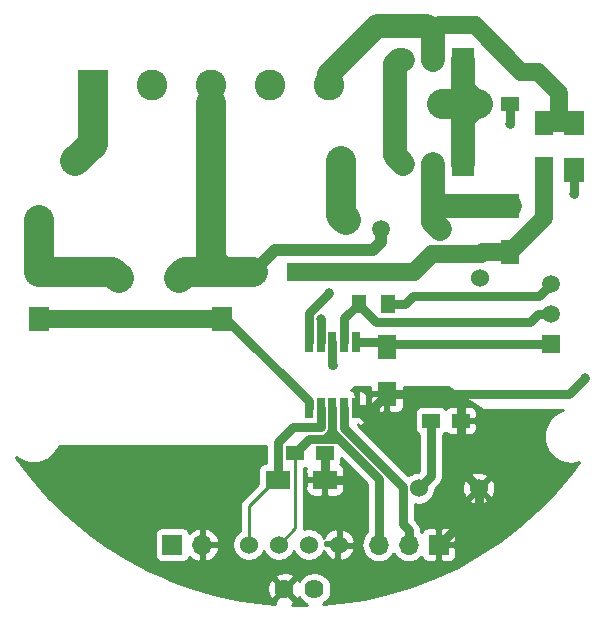
<source format=gbr>
G04 #@! TF.GenerationSoftware,KiCad,Pcbnew,(5.1.2)-2*
G04 #@! TF.CreationDate,2019-09-14T17:44:16+02:00*
G04 #@! TF.ProjectId,Inwall_Bot,496e7761-6c6c-45f4-926f-742e6b696361,rev?*
G04 #@! TF.SameCoordinates,Original*
G04 #@! TF.FileFunction,Copper,L1,Top*
G04 #@! TF.FilePolarity,Positive*
%FSLAX46Y46*%
G04 Gerber Fmt 4.6, Leading zero omitted, Abs format (unit mm)*
G04 Created by KiCad (PCBNEW (5.1.2)-2) date 2019-09-14 17:44:16*
%MOMM*%
%LPD*%
G04 APERTURE LIST*
%ADD10C,2.600000*%
%ADD11R,2.600000X2.600000*%
%ADD12C,1.524000*%
%ADD13C,1.624000*%
%ADD14C,1.500000*%
%ADD15R,1.700000X2.000000*%
%ADD16O,1.905000X2.000000*%
%ADD17R,1.905000X2.000000*%
%ADD18R,1.300000X1.500000*%
%ADD19R,1.500000X1.300000*%
%ADD20R,0.650000X1.750000*%
%ADD21R,1.700000X1.700000*%
%ADD22O,1.700000X1.700000*%
%ADD23R,1.500000X1.500000*%
%ADD24C,1.724000*%
%ADD25R,2.000000X1.600000*%
%ADD26R,1.500000X1.250000*%
%ADD27R,1.600000X2.000000*%
%ADD28R,1.524000X2.000000*%
%ADD29R,2.000000X1.524000*%
%ADD30C,0.800000*%
%ADD31C,2.000000*%
%ADD32C,0.750000*%
%ADD33C,0.256000*%
%ADD34C,0.250000*%
%ADD35C,1.500000*%
%ADD36C,2.500000*%
%ADD37C,1.000000*%
%ADD38C,0.254000*%
G04 APERTURE END LIST*
D10*
X-69125000Y-31550000D03*
X-74125000Y-31550000D03*
X-79125000Y-31550000D03*
X-84125000Y-31550000D03*
D11*
X-89125000Y-31550000D03*
D12*
X-68325000Y-70500000D03*
X-75945000Y-70500000D03*
X-73405000Y-70500000D03*
X-70865000Y-70500000D03*
D13*
X-70384940Y-74276980D03*
X-72924940Y-74276980D03*
D14*
X-59725000Y-43800000D03*
X-64725000Y-43779680D03*
D15*
X-78200000Y-47400000D03*
X-78200000Y-51400000D03*
X-93700000Y-51400000D03*
X-93700000Y-47400000D03*
D12*
X-56335000Y-47960000D03*
X-56485000Y-65740000D03*
X-61565000Y-65740000D03*
X-81885000Y-47960000D03*
X-86965000Y-47960000D03*
D16*
X-62855000Y-38300000D03*
X-60315000Y-38300000D03*
D17*
X-57775000Y-38300000D03*
D18*
X-66625000Y-47425000D03*
X-66625000Y-50125000D03*
X-64125000Y-50125000D03*
X-64125000Y-47425000D03*
D19*
X-56550000Y-33200000D03*
X-53850000Y-33200000D03*
D15*
X-48425000Y-38775000D03*
X-48425000Y-34775000D03*
D20*
X-70850000Y-53325000D03*
X-68850000Y-53325000D03*
X-67850000Y-53325000D03*
X-69855000Y-53325000D03*
X-66850000Y-53325000D03*
X-66850000Y-58925000D03*
X-67850000Y-58925000D03*
X-68850000Y-58925000D03*
X-69855000Y-58925000D03*
X-70850000Y-58925000D03*
D17*
X-57825000Y-29500000D03*
D16*
X-60365000Y-29500000D03*
X-62905000Y-29500000D03*
D21*
X-59850000Y-70500000D03*
D22*
X-62390000Y-70500000D03*
X-64930000Y-70500000D03*
D14*
X-50375000Y-51010000D03*
X-50375000Y-48470000D03*
D23*
X-50375000Y-53550000D03*
D24*
X-90625000Y-38050000D03*
X-68125000Y-38050000D03*
D25*
X-73500000Y-65000000D03*
X-69500000Y-65000000D03*
D26*
X-69500000Y-62750000D03*
X-72000000Y-62750000D03*
D27*
X-64250000Y-53750000D03*
X-64250000Y-57750000D03*
D26*
X-60500000Y-60000000D03*
X-58000000Y-60000000D03*
D25*
X-63600000Y-33225000D03*
X-59600000Y-33225000D03*
D28*
X-53825000Y-41828000D03*
X-53825000Y-45700000D03*
X-50975000Y-38675000D03*
X-50975000Y-34803000D03*
D29*
X-71700000Y-47438000D03*
X-75572000Y-47438000D03*
D24*
X-67675000Y-43050000D03*
X-93675000Y-43050000D03*
D21*
X-82425000Y-70500000D03*
D22*
X-79885000Y-70500000D03*
D30*
X-67350000Y-65000000D03*
X-65275000Y-59925000D03*
X-47500000Y-56425000D03*
X-69825000Y-51425000D03*
X-53850000Y-34850000D03*
X-68825000Y-55300000D03*
X-48425000Y-40825000D03*
X-69125000Y-49200000D03*
D31*
X-63250000Y-29500000D02*
X-63600000Y-29850000D01*
X-62905000Y-29500000D02*
X-63250000Y-29500000D01*
X-63600000Y-33225000D02*
X-63600000Y-29850000D01*
X-63600000Y-37555000D02*
X-62855000Y-38300000D01*
X-63600000Y-33225000D02*
X-63600000Y-37555000D01*
D32*
X-69500000Y-62750000D02*
X-69500000Y-65000000D01*
X-69500000Y-65000000D02*
X-67350000Y-65000000D01*
X-65850000Y-59925000D02*
X-66850000Y-58925000D01*
X-65275000Y-59925000D02*
X-65850000Y-59925000D01*
X-65275000Y-58775000D02*
X-64250000Y-57750000D01*
X-65275000Y-59925000D02*
X-65275000Y-58775000D01*
X-58000000Y-58625000D02*
X-58000000Y-60000000D01*
X-58875000Y-57750000D02*
X-58000000Y-58625000D01*
X-58000000Y-64225000D02*
X-56485000Y-65740000D01*
X-58000000Y-60000000D02*
X-58000000Y-64225000D01*
X-56485000Y-67135000D02*
X-59850000Y-70500000D01*
X-56485000Y-65740000D02*
X-56485000Y-67135000D01*
X-64250000Y-57750000D02*
X-58875000Y-57750000D01*
X-58875000Y-57750000D02*
X-48825000Y-57750000D01*
X-48825000Y-57750000D02*
X-47500000Y-56425000D01*
X-70799999Y-61549999D02*
X-72000000Y-62750000D01*
X-69511482Y-61549999D02*
X-70799999Y-61549999D01*
X-68850000Y-60888517D02*
X-69511482Y-61549999D01*
X-68850000Y-58925000D02*
X-68850000Y-60888517D01*
X-64930000Y-69297919D02*
X-64930000Y-70500000D01*
X-64930000Y-64909998D02*
X-64930000Y-69297919D01*
X-68289999Y-61549999D02*
X-64930000Y-64909998D01*
X-69511482Y-61549999D02*
X-68289999Y-61549999D01*
X-68850000Y-60989998D02*
X-68289999Y-61549999D01*
X-68850000Y-60888517D02*
X-68850000Y-60989998D01*
D33*
X-72000000Y-69095000D02*
X-73405000Y-70500000D01*
X-72000000Y-62750000D02*
X-72000000Y-69095000D01*
D32*
X-69855000Y-58925000D02*
X-69855000Y-60550000D01*
X-72210002Y-60550000D02*
X-69855000Y-60550000D01*
X-73500000Y-61839998D02*
X-72210002Y-60550000D01*
X-73500000Y-65000000D02*
X-73500000Y-61839998D01*
D34*
X-75490000Y-66790000D02*
X-73700000Y-65000000D01*
D33*
X-73700000Y-65000000D02*
X-73500000Y-65000000D01*
X-75945000Y-67245000D02*
X-73700000Y-65000000D01*
X-75945000Y-70500000D02*
X-75945000Y-67245000D01*
D31*
X-60365000Y-29500000D02*
X-60365000Y-27115000D01*
X-60365000Y-27115000D02*
X-60855000Y-26625000D01*
X-60855000Y-26625000D02*
X-65100000Y-26625000D01*
D35*
X-50947000Y-34775000D02*
X-50975000Y-34803000D01*
X-49650000Y-34775000D02*
X-49650000Y-32300000D01*
X-49650000Y-34775000D02*
X-50947000Y-34775000D01*
X-48425000Y-34775000D02*
X-49650000Y-34775000D01*
X-49650000Y-32300000D02*
X-51475000Y-30475000D01*
X-51475000Y-30475000D02*
X-52850000Y-30475000D01*
X-52850000Y-30475000D02*
X-56825000Y-26500000D01*
X-59750000Y-26500000D02*
X-60365000Y-27115000D01*
X-56825000Y-26500000D02*
X-59750000Y-26500000D01*
D31*
X-65100000Y-26625000D02*
X-69125000Y-30650000D01*
D35*
X-48453000Y-34803000D02*
X-48425000Y-34775000D01*
X-49653000Y-32303000D02*
X-49650000Y-32300000D01*
X-49653000Y-34803000D02*
X-49653000Y-32303000D01*
X-49653000Y-34803000D02*
X-48453000Y-34803000D01*
X-50975000Y-34803000D02*
X-49653000Y-34803000D01*
D36*
X-79125000Y-46475000D02*
X-78200000Y-47400000D01*
X-79125000Y-33075000D02*
X-79125000Y-46475000D01*
X-75610000Y-47400000D02*
X-75572000Y-47438000D01*
X-78200000Y-47400000D02*
X-75610000Y-47400000D01*
X-81325000Y-47400000D02*
X-81885000Y-47960000D01*
X-78200000Y-47400000D02*
X-81325000Y-47400000D01*
D37*
X-64725000Y-44840340D02*
X-65409660Y-45525000D01*
X-64725000Y-43779680D02*
X-64725000Y-44840340D01*
X-73735000Y-45525000D02*
X-75610000Y-47400000D01*
X-65409660Y-45525000D02*
X-73735000Y-45525000D01*
D36*
X-93675000Y-47375000D02*
X-93700000Y-47400000D01*
X-93675000Y-43050000D02*
X-93675000Y-47375000D01*
X-87525000Y-47400000D02*
X-86965000Y-47960000D01*
X-93700000Y-47400000D02*
X-87525000Y-47400000D01*
D31*
X-53825000Y-41828000D02*
X-60162000Y-41828000D01*
X-60315000Y-41675000D02*
X-60162000Y-41828000D01*
X-60315000Y-38300000D02*
X-60315000Y-41675000D01*
X-59775010Y-43749990D02*
X-59725000Y-43749990D01*
X-60315000Y-41675000D02*
X-60315000Y-43210000D01*
X-60315000Y-43210000D02*
X-59775010Y-43749990D01*
D32*
X-64050000Y-53550000D02*
X-64250000Y-53750000D01*
X-50375000Y-53550000D02*
X-64050000Y-53550000D01*
X-64675000Y-53325000D02*
X-64250000Y-53750000D01*
X-66850000Y-53325000D02*
X-64675000Y-53325000D01*
X-60500000Y-64675000D02*
X-61565000Y-65740000D01*
X-60500000Y-60000000D02*
X-60500000Y-64675000D01*
D31*
X-57825000Y-31925000D02*
X-56550000Y-33200000D01*
X-57825000Y-29500000D02*
X-57825000Y-31925000D01*
X-57775000Y-34425000D02*
X-56550000Y-33200000D01*
X-57775000Y-38300000D02*
X-57775000Y-34425000D01*
D36*
X-56575000Y-33225000D02*
X-56550000Y-33200000D01*
X-59600000Y-33225000D02*
X-56575000Y-33225000D01*
D31*
X-57825000Y-38250000D02*
X-57775000Y-38300000D01*
X-57825000Y-29500000D02*
X-57825000Y-38250000D01*
D35*
X-50975000Y-42850000D02*
X-53825000Y-45700000D01*
X-50975000Y-38675000D02*
X-50975000Y-42850000D01*
X-64125000Y-47425000D02*
X-66625000Y-47425000D01*
X-71687000Y-47425000D02*
X-71700000Y-47438000D01*
X-66625000Y-47425000D02*
X-71687000Y-47425000D01*
X-61975000Y-47425000D02*
X-60440000Y-45890000D01*
X-64125000Y-47425000D02*
X-61975000Y-47425000D01*
X-56277000Y-45890000D02*
X-60440000Y-45890000D01*
X-56087000Y-45700000D02*
X-56277000Y-45890000D01*
X-53825000Y-45700000D02*
X-56087000Y-45700000D01*
D32*
X-51435660Y-51010000D02*
X-52100660Y-51675000D01*
X-50375000Y-51010000D02*
X-51435660Y-51010000D01*
X-67850000Y-51350000D02*
X-67850000Y-53325000D01*
X-67850000Y-51350000D02*
X-66625000Y-50125000D01*
X-65175000Y-51675000D02*
X-52100660Y-51675000D01*
X-66625000Y-50225000D02*
X-65175000Y-51675000D01*
X-66625000Y-50125000D02*
X-66625000Y-50225000D01*
X-51380000Y-49475000D02*
X-50375000Y-48470000D01*
X-62075000Y-49475000D02*
X-51380000Y-49475000D01*
X-64125000Y-50125000D02*
X-62725000Y-50125000D01*
X-62725000Y-50125000D02*
X-62075000Y-49475000D01*
X-69855000Y-52295000D02*
X-69850000Y-52290000D01*
X-69855000Y-53325000D02*
X-69855000Y-52295000D01*
X-69850000Y-52290000D02*
X-69850000Y-51450000D01*
X-69850000Y-51450000D02*
X-69825000Y-51425000D01*
X-53850000Y-34850000D02*
X-53850000Y-33200000D01*
X-68850000Y-53325000D02*
X-68850000Y-55275000D01*
X-68850000Y-55275000D02*
X-68825000Y-55300000D01*
X-48425000Y-40825000D02*
X-48425000Y-38775000D01*
X-70850000Y-50925000D02*
X-70850000Y-53325000D01*
X-69125000Y-49200000D02*
X-70850000Y-50925000D01*
D35*
X-78200000Y-51400000D02*
X-93700000Y-51400000D01*
D32*
X-77825000Y-51400000D02*
X-78200000Y-51400000D01*
X-70850000Y-58375000D02*
X-77825000Y-51400000D01*
X-70850000Y-58925000D02*
X-70850000Y-58375000D01*
X-62390000Y-69297919D02*
X-62390000Y-70500000D01*
X-62902001Y-68785918D02*
X-62390000Y-69297919D01*
X-62902001Y-65594482D02*
X-62902001Y-68785918D01*
X-67850000Y-60646483D02*
X-62902001Y-65594482D01*
X-67850000Y-58925000D02*
X-67850000Y-60646483D01*
D36*
X-89125000Y-36550000D02*
X-90625000Y-38050000D01*
X-89125000Y-33075000D02*
X-89125000Y-36550000D01*
X-68125000Y-42600000D02*
X-67675000Y-43050000D01*
X-68125000Y-38050000D02*
X-68125000Y-42600000D01*
D38*
G36*
X-65685000Y-57464250D02*
G01*
X-65526250Y-57623000D01*
X-64377000Y-57623000D01*
X-64377000Y-57603000D01*
X-64123000Y-57603000D01*
X-64123000Y-57623000D01*
X-62973750Y-57623000D01*
X-62815000Y-57464250D01*
X-62813549Y-57127000D01*
X-59038452Y-57127000D01*
X-56070447Y-59105670D01*
X-56048478Y-59117383D01*
X-56024646Y-59124586D01*
X-56000000Y-59127000D01*
X-49293013Y-59127000D01*
X-49587805Y-59222784D01*
X-49980495Y-59442251D01*
X-50323078Y-59733812D01*
X-50602506Y-60086363D01*
X-50808135Y-60486473D01*
X-50932132Y-60918903D01*
X-50969775Y-61367183D01*
X-50919630Y-61814236D01*
X-50783607Y-62243036D01*
X-50566887Y-62637249D01*
X-50277724Y-62981860D01*
X-49927133Y-63263742D01*
X-49528468Y-63472159D01*
X-49096914Y-63599172D01*
X-48648908Y-63639944D01*
X-48201515Y-63592921D01*
X-47990255Y-63527525D01*
X-48643633Y-64422757D01*
X-49995679Y-66021353D01*
X-51458545Y-67519175D01*
X-53024775Y-68908588D01*
X-54686322Y-70182451D01*
X-56434699Y-71334262D01*
X-58260949Y-72358119D01*
X-60155747Y-73248792D01*
X-62109364Y-74001706D01*
X-64111794Y-74613010D01*
X-66152830Y-75079585D01*
X-68221995Y-75399038D01*
X-69632350Y-75514407D01*
X-69462532Y-75400938D01*
X-69260982Y-75199388D01*
X-69102626Y-74962391D01*
X-68993548Y-74699054D01*
X-68937940Y-74419497D01*
X-68937940Y-74134463D01*
X-68993548Y-73854906D01*
X-69102626Y-73591569D01*
X-69260982Y-73354572D01*
X-69462532Y-73153022D01*
X-69699529Y-72994666D01*
X-69962866Y-72885588D01*
X-70242423Y-72829980D01*
X-70527457Y-72829980D01*
X-70807014Y-72885588D01*
X-71070351Y-72994666D01*
X-71307348Y-73153022D01*
X-71508898Y-73354572D01*
X-71654715Y-73572803D01*
X-71678476Y-73528351D01*
X-71923670Y-73455315D01*
X-72745335Y-74276980D01*
X-71923670Y-75098645D01*
X-71678476Y-75025609D01*
X-71656287Y-74978804D01*
X-71508898Y-75199388D01*
X-71307348Y-75400938D01*
X-71070351Y-75559294D01*
X-71027686Y-75576966D01*
X-72300399Y-75589771D01*
X-72176311Y-75523444D01*
X-72103275Y-75278250D01*
X-72924940Y-74456585D01*
X-73746605Y-75278250D01*
X-73676885Y-75512311D01*
X-74492008Y-75462119D01*
X-76567172Y-75184365D01*
X-78617166Y-74758952D01*
X-80070633Y-74347016D01*
X-74377254Y-74347016D01*
X-74335684Y-74629003D01*
X-74239901Y-74897462D01*
X-74171404Y-75025609D01*
X-73926210Y-75098645D01*
X-73104545Y-74276980D01*
X-73926210Y-73455315D01*
X-74171404Y-73528351D01*
X-74293504Y-73785908D01*
X-74363011Y-74062338D01*
X-74377254Y-74347016D01*
X-80070633Y-74347016D01*
X-80631515Y-74188053D01*
X-82599886Y-73474598D01*
X-83046101Y-73275710D01*
X-73746605Y-73275710D01*
X-72924940Y-74097375D01*
X-72103275Y-73275710D01*
X-72176311Y-73030516D01*
X-72433868Y-72908416D01*
X-72710298Y-72838909D01*
X-72994976Y-72824666D01*
X-73276963Y-72866236D01*
X-73545422Y-72962019D01*
X-73673569Y-73030516D01*
X-73746605Y-73275710D01*
X-83046101Y-73275710D01*
X-84512200Y-72622238D01*
X-86358685Y-71635331D01*
X-88129893Y-70518924D01*
X-89311771Y-69650000D01*
X-83913072Y-69650000D01*
X-83913072Y-71350000D01*
X-83900812Y-71474482D01*
X-83864502Y-71594180D01*
X-83805537Y-71704494D01*
X-83726185Y-71801185D01*
X-83629494Y-71880537D01*
X-83519180Y-71939502D01*
X-83399482Y-71975812D01*
X-83275000Y-71988072D01*
X-81575000Y-71988072D01*
X-81450518Y-71975812D01*
X-81330820Y-71939502D01*
X-81220506Y-71880537D01*
X-81123815Y-71801185D01*
X-81044463Y-71704494D01*
X-80985498Y-71594180D01*
X-80961034Y-71513534D01*
X-80885269Y-71597588D01*
X-80651920Y-71771641D01*
X-80389099Y-71896825D01*
X-80241890Y-71941476D01*
X-80012000Y-71820155D01*
X-80012000Y-70627000D01*
X-79758000Y-70627000D01*
X-79758000Y-71820155D01*
X-79528110Y-71941476D01*
X-79380901Y-71896825D01*
X-79118080Y-71771641D01*
X-78884731Y-71597588D01*
X-78689822Y-71381355D01*
X-78540843Y-71131252D01*
X-78443519Y-70856891D01*
X-78564186Y-70627000D01*
X-79758000Y-70627000D01*
X-80012000Y-70627000D01*
X-80032000Y-70627000D01*
X-80032000Y-70373000D01*
X-80012000Y-70373000D01*
X-80012000Y-69179845D01*
X-79758000Y-69179845D01*
X-79758000Y-70373000D01*
X-78564186Y-70373000D01*
X-78443519Y-70143109D01*
X-78540843Y-69868748D01*
X-78689822Y-69618645D01*
X-78884731Y-69402412D01*
X-79118080Y-69228359D01*
X-79380901Y-69103175D01*
X-79528110Y-69058524D01*
X-79758000Y-69179845D01*
X-80012000Y-69179845D01*
X-80241890Y-69058524D01*
X-80389099Y-69103175D01*
X-80651920Y-69228359D01*
X-80885269Y-69402412D01*
X-80961034Y-69486466D01*
X-80985498Y-69405820D01*
X-81044463Y-69295506D01*
X-81123815Y-69198815D01*
X-81220506Y-69119463D01*
X-81330820Y-69060498D01*
X-81450518Y-69024188D01*
X-81575000Y-69011928D01*
X-83275000Y-69011928D01*
X-83399482Y-69024188D01*
X-83519180Y-69060498D01*
X-83629494Y-69119463D01*
X-83726185Y-69198815D01*
X-83805537Y-69295506D01*
X-83864502Y-69405820D01*
X-83900812Y-69525518D01*
X-83913072Y-69650000D01*
X-89311771Y-69650000D01*
X-89816726Y-69278754D01*
X-91410590Y-67921138D01*
X-92903302Y-66453047D01*
X-94287233Y-64881983D01*
X-95555292Y-63215996D01*
X-95656375Y-63061387D01*
X-95417133Y-63253742D01*
X-95018468Y-63462159D01*
X-94586914Y-63589172D01*
X-94138908Y-63629944D01*
X-93691515Y-63582921D01*
X-93261777Y-63449895D01*
X-92866060Y-63235932D01*
X-92519439Y-62949182D01*
X-92235117Y-62600568D01*
X-92023921Y-62203367D01*
X-92000864Y-62127000D01*
X-74509999Y-62127000D01*
X-74510000Y-63562913D01*
X-74624482Y-63574188D01*
X-74744180Y-63610498D01*
X-74854494Y-63669463D01*
X-74951185Y-63748815D01*
X-75030537Y-63845506D01*
X-75089502Y-63955820D01*
X-75125812Y-64075518D01*
X-75138072Y-64200000D01*
X-75138072Y-65359028D01*
X-76458026Y-66678982D01*
X-76487131Y-66702868D01*
X-76511017Y-66731973D01*
X-76511021Y-66731977D01*
X-76582480Y-66819050D01*
X-76653330Y-66951601D01*
X-76696959Y-67095427D01*
X-76711690Y-67245000D01*
X-76707999Y-67282477D01*
X-76708000Y-69329663D01*
X-76835535Y-69414880D01*
X-77030120Y-69609465D01*
X-77183005Y-69838273D01*
X-77288314Y-70092510D01*
X-77342000Y-70362408D01*
X-77342000Y-70637592D01*
X-77288314Y-70907490D01*
X-77183005Y-71161727D01*
X-77030120Y-71390535D01*
X-76835535Y-71585120D01*
X-76606727Y-71738005D01*
X-76352490Y-71843314D01*
X-76082592Y-71897000D01*
X-75807408Y-71897000D01*
X-75537510Y-71843314D01*
X-75283273Y-71738005D01*
X-75054465Y-71585120D01*
X-74859880Y-71390535D01*
X-74706995Y-71161727D01*
X-74675000Y-71084485D01*
X-74643005Y-71161727D01*
X-74490120Y-71390535D01*
X-74295535Y-71585120D01*
X-74066727Y-71738005D01*
X-73812490Y-71843314D01*
X-73542592Y-71897000D01*
X-73267408Y-71897000D01*
X-72997510Y-71843314D01*
X-72743273Y-71738005D01*
X-72514465Y-71585120D01*
X-72319880Y-71390535D01*
X-72166995Y-71161727D01*
X-72135000Y-71084485D01*
X-72103005Y-71161727D01*
X-71950120Y-71390535D01*
X-71755535Y-71585120D01*
X-71526727Y-71738005D01*
X-71272490Y-71843314D01*
X-71002592Y-71897000D01*
X-70727408Y-71897000D01*
X-70457510Y-71843314D01*
X-70203273Y-71738005D01*
X-69974465Y-71585120D01*
X-69779880Y-71390535D01*
X-69626995Y-71161727D01*
X-69594666Y-71083679D01*
X-69519453Y-71237443D01*
X-69352633Y-71456299D01*
X-69146323Y-71638405D01*
X-68908449Y-71776763D01*
X-68786435Y-71825751D01*
X-68608236Y-71744871D01*
X-68306427Y-71744871D01*
X-68100790Y-71885737D01*
X-67834753Y-71815369D01*
X-67587557Y-71694453D01*
X-67368701Y-71527633D01*
X-67186595Y-71321323D01*
X-67048237Y-71083449D01*
X-66999249Y-70961435D01*
X-67102267Y-70734460D01*
X-68209552Y-70637586D01*
X-68306427Y-71744871D01*
X-68608236Y-71744871D01*
X-68559460Y-71722733D01*
X-68462586Y-70615448D01*
X-69468000Y-70527486D01*
X-69468000Y-70384552D01*
X-68187414Y-70384552D01*
X-67080129Y-70481427D01*
X-66939263Y-70275790D01*
X-67009631Y-70009753D01*
X-67130547Y-69762557D01*
X-67297367Y-69543701D01*
X-67503677Y-69361595D01*
X-67741551Y-69223237D01*
X-67863565Y-69174249D01*
X-68090540Y-69277267D01*
X-68187414Y-70384552D01*
X-69468000Y-70384552D01*
X-69468000Y-70362408D01*
X-69486197Y-70270924D01*
X-68440448Y-70362414D01*
X-68343573Y-69255129D01*
X-68549210Y-69114263D01*
X-68815247Y-69184631D01*
X-69062443Y-69305547D01*
X-69281299Y-69472367D01*
X-69463405Y-69678677D01*
X-69597562Y-69909329D01*
X-69626995Y-69838273D01*
X-69779880Y-69609465D01*
X-69974465Y-69414880D01*
X-70203273Y-69261995D01*
X-70457510Y-69156686D01*
X-70727408Y-69103000D01*
X-71002592Y-69103000D01*
X-71238723Y-69149969D01*
X-71237000Y-69132475D01*
X-71237000Y-69132468D01*
X-71233310Y-69095001D01*
X-71237000Y-69057534D01*
X-71237000Y-65800000D01*
X-71138072Y-65800000D01*
X-71125812Y-65924482D01*
X-71089502Y-66044180D01*
X-71030537Y-66154494D01*
X-70951185Y-66251185D01*
X-70854494Y-66330537D01*
X-70744180Y-66389502D01*
X-70624482Y-66425812D01*
X-70500000Y-66438072D01*
X-69785750Y-66435000D01*
X-69627000Y-66276250D01*
X-69627000Y-65127000D01*
X-69373000Y-65127000D01*
X-69373000Y-66276250D01*
X-69214250Y-66435000D01*
X-68500000Y-66438072D01*
X-68375518Y-66425812D01*
X-68255820Y-66389502D01*
X-68145506Y-66330537D01*
X-68048815Y-66251185D01*
X-67969463Y-66154494D01*
X-67910498Y-66044180D01*
X-67874188Y-65924482D01*
X-67861928Y-65800000D01*
X-67865000Y-65285750D01*
X-68023750Y-65127000D01*
X-69373000Y-65127000D01*
X-69627000Y-65127000D01*
X-70976250Y-65127000D01*
X-71135000Y-65285750D01*
X-71138072Y-65800000D01*
X-71237000Y-65800000D01*
X-71237000Y-64011792D01*
X-71125518Y-64000812D01*
X-71100883Y-63993339D01*
X-71125812Y-64075518D01*
X-71138072Y-64200000D01*
X-71135000Y-64714250D01*
X-70976250Y-64873000D01*
X-69627000Y-64873000D01*
X-69627000Y-62877000D01*
X-69647000Y-62877000D01*
X-69647000Y-62623000D01*
X-69627000Y-62623000D01*
X-69627000Y-62603000D01*
X-69373000Y-62603000D01*
X-69373000Y-62623000D01*
X-69353000Y-62623000D01*
X-69353000Y-62877000D01*
X-69373000Y-62877000D01*
X-69373000Y-64873000D01*
X-68023750Y-64873000D01*
X-67865000Y-64714250D01*
X-67861928Y-64200000D01*
X-67874188Y-64075518D01*
X-67910498Y-63955820D01*
X-67969463Y-63845506D01*
X-68048815Y-63748815D01*
X-68145506Y-63669463D01*
X-68178071Y-63652056D01*
X-68160498Y-63619180D01*
X-68124188Y-63499482D01*
X-68111928Y-63375000D01*
X-68113925Y-63154428D01*
X-65940000Y-65328353D01*
X-65939999Y-69248302D01*
X-65940000Y-69248312D01*
X-65940000Y-69407825D01*
X-65985134Y-69444866D01*
X-66170706Y-69670986D01*
X-66308599Y-69928966D01*
X-66393513Y-70208889D01*
X-66422185Y-70500000D01*
X-66393513Y-70791111D01*
X-66308599Y-71071034D01*
X-66170706Y-71329014D01*
X-65985134Y-71555134D01*
X-65759014Y-71740706D01*
X-65501034Y-71878599D01*
X-65221111Y-71963513D01*
X-65002950Y-71985000D01*
X-64857050Y-71985000D01*
X-64638889Y-71963513D01*
X-64358966Y-71878599D01*
X-64100986Y-71740706D01*
X-63874866Y-71555134D01*
X-63689294Y-71329014D01*
X-63660000Y-71274209D01*
X-63630706Y-71329014D01*
X-63445134Y-71555134D01*
X-63219014Y-71740706D01*
X-62961034Y-71878599D01*
X-62681111Y-71963513D01*
X-62462950Y-71985000D01*
X-62317050Y-71985000D01*
X-62098889Y-71963513D01*
X-61818966Y-71878599D01*
X-61560986Y-71740706D01*
X-61334866Y-71555134D01*
X-61310393Y-71525313D01*
X-61289502Y-71594180D01*
X-61230537Y-71704494D01*
X-61151185Y-71801185D01*
X-61054494Y-71880537D01*
X-60944180Y-71939502D01*
X-60824482Y-71975812D01*
X-60700000Y-71988072D01*
X-60135750Y-71985000D01*
X-59977000Y-71826250D01*
X-59977000Y-70627000D01*
X-59723000Y-70627000D01*
X-59723000Y-71826250D01*
X-59564250Y-71985000D01*
X-59000000Y-71988072D01*
X-58875518Y-71975812D01*
X-58755820Y-71939502D01*
X-58645506Y-71880537D01*
X-58548815Y-71801185D01*
X-58469463Y-71704494D01*
X-58410498Y-71594180D01*
X-58374188Y-71474482D01*
X-58361928Y-71350000D01*
X-58365000Y-70785750D01*
X-58523750Y-70627000D01*
X-59723000Y-70627000D01*
X-59977000Y-70627000D01*
X-59997000Y-70627000D01*
X-59997000Y-70373000D01*
X-59977000Y-70373000D01*
X-59977000Y-69173750D01*
X-59723000Y-69173750D01*
X-59723000Y-70373000D01*
X-58523750Y-70373000D01*
X-58365000Y-70214250D01*
X-58361928Y-69650000D01*
X-58374188Y-69525518D01*
X-58410498Y-69405820D01*
X-58469463Y-69295506D01*
X-58548815Y-69198815D01*
X-58645506Y-69119463D01*
X-58755820Y-69060498D01*
X-58875518Y-69024188D01*
X-59000000Y-69011928D01*
X-59564250Y-69015000D01*
X-59723000Y-69173750D01*
X-59977000Y-69173750D01*
X-60135750Y-69015000D01*
X-60700000Y-69011928D01*
X-60824482Y-69024188D01*
X-60944180Y-69060498D01*
X-61054494Y-69119463D01*
X-61151185Y-69198815D01*
X-61230537Y-69295506D01*
X-61289502Y-69405820D01*
X-61310393Y-69474687D01*
X-61334866Y-69444866D01*
X-61380000Y-69407825D01*
X-61380000Y-69347527D01*
X-61375114Y-69297919D01*
X-61394615Y-69099924D01*
X-61452368Y-68909539D01*
X-61491929Y-68835526D01*
X-61546153Y-68734079D01*
X-61672367Y-68580286D01*
X-61710906Y-68548658D01*
X-61892001Y-68367563D01*
X-61892001Y-67099324D01*
X-61702592Y-67137000D01*
X-61427408Y-67137000D01*
X-61157510Y-67083314D01*
X-60903273Y-66978005D01*
X-60674465Y-66825120D01*
X-60554910Y-66705565D01*
X-57270960Y-66705565D01*
X-57203980Y-66945656D01*
X-56954952Y-67062756D01*
X-56687865Y-67129023D01*
X-56412983Y-67141910D01*
X-56140867Y-67100922D01*
X-55881977Y-67007636D01*
X-55766020Y-66945656D01*
X-55699040Y-66705565D01*
X-56485000Y-65919605D01*
X-57270960Y-66705565D01*
X-60554910Y-66705565D01*
X-60479880Y-66630535D01*
X-60326995Y-66401727D01*
X-60221686Y-66147490D01*
X-60168000Y-65877592D01*
X-60168000Y-65812017D01*
X-57886910Y-65812017D01*
X-57845922Y-66084133D01*
X-57752636Y-66343023D01*
X-57690656Y-66458980D01*
X-57450565Y-66525960D01*
X-56664605Y-65740000D01*
X-56305395Y-65740000D01*
X-55519435Y-66525960D01*
X-55279344Y-66458980D01*
X-55162244Y-66209952D01*
X-55095977Y-65942865D01*
X-55083090Y-65667983D01*
X-55124078Y-65395867D01*
X-55217364Y-65136977D01*
X-55279344Y-65021020D01*
X-55519435Y-64954040D01*
X-56305395Y-65740000D01*
X-56664605Y-65740000D01*
X-57450565Y-64954040D01*
X-57690656Y-65021020D01*
X-57807756Y-65270048D01*
X-57874023Y-65537135D01*
X-57886910Y-65812017D01*
X-60168000Y-65812017D01*
X-60168000Y-65771356D01*
X-59820901Y-65424257D01*
X-59782367Y-65392633D01*
X-59656153Y-65238840D01*
X-59562368Y-65063380D01*
X-59504615Y-64872994D01*
X-59494908Y-64774435D01*
X-57270960Y-64774435D01*
X-56485000Y-65560395D01*
X-55699040Y-64774435D01*
X-55766020Y-64534344D01*
X-56015048Y-64417244D01*
X-56282135Y-64350977D01*
X-56557017Y-64338090D01*
X-56829133Y-64379078D01*
X-57088023Y-64472364D01*
X-57203980Y-64534344D01*
X-57270960Y-64774435D01*
X-59494908Y-64774435D01*
X-59490000Y-64724608D01*
X-59490000Y-64724606D01*
X-59485114Y-64675001D01*
X-59490000Y-64625396D01*
X-59490000Y-61206046D01*
X-59395506Y-61155537D01*
X-59298815Y-61076185D01*
X-59250000Y-61016704D01*
X-59201185Y-61076185D01*
X-59104494Y-61155537D01*
X-58994180Y-61214502D01*
X-58874482Y-61250812D01*
X-58750000Y-61263072D01*
X-58285750Y-61260000D01*
X-58127000Y-61101250D01*
X-58127000Y-60127000D01*
X-57873000Y-60127000D01*
X-57873000Y-61101250D01*
X-57714250Y-61260000D01*
X-57250000Y-61263072D01*
X-57125518Y-61250812D01*
X-57005820Y-61214502D01*
X-56895506Y-61155537D01*
X-56798815Y-61076185D01*
X-56719463Y-60979494D01*
X-56660498Y-60869180D01*
X-56624188Y-60749482D01*
X-56611928Y-60625000D01*
X-56615000Y-60285750D01*
X-56773750Y-60127000D01*
X-57873000Y-60127000D01*
X-58127000Y-60127000D01*
X-58147000Y-60127000D01*
X-58147000Y-59873000D01*
X-58127000Y-59873000D01*
X-58127000Y-58898750D01*
X-57873000Y-58898750D01*
X-57873000Y-59873000D01*
X-56773750Y-59873000D01*
X-56615000Y-59714250D01*
X-56611928Y-59375000D01*
X-56624188Y-59250518D01*
X-56660498Y-59130820D01*
X-56719463Y-59020506D01*
X-56798815Y-58923815D01*
X-56895506Y-58844463D01*
X-57005820Y-58785498D01*
X-57125518Y-58749188D01*
X-57250000Y-58736928D01*
X-57714250Y-58740000D01*
X-57873000Y-58898750D01*
X-58127000Y-58898750D01*
X-58285750Y-58740000D01*
X-58750000Y-58736928D01*
X-58874482Y-58749188D01*
X-58994180Y-58785498D01*
X-59104494Y-58844463D01*
X-59201185Y-58923815D01*
X-59250000Y-58983296D01*
X-59298815Y-58923815D01*
X-59395506Y-58844463D01*
X-59505820Y-58785498D01*
X-59625518Y-58749188D01*
X-59750000Y-58736928D01*
X-61250000Y-58736928D01*
X-61374482Y-58749188D01*
X-61494180Y-58785498D01*
X-61604494Y-58844463D01*
X-61701185Y-58923815D01*
X-61780537Y-59020506D01*
X-61839502Y-59130820D01*
X-61875812Y-59250518D01*
X-61888072Y-59375000D01*
X-61888072Y-60625000D01*
X-61875812Y-60749482D01*
X-61839502Y-60869180D01*
X-61780537Y-60979494D01*
X-61701185Y-61076185D01*
X-61604494Y-61155537D01*
X-61510000Y-61206046D01*
X-61509999Y-64256643D01*
X-61596356Y-64343000D01*
X-61702592Y-64343000D01*
X-61972490Y-64396686D01*
X-62226727Y-64501995D01*
X-62430186Y-64637942D01*
X-66722998Y-60345130D01*
X-66722998Y-60276252D01*
X-66564250Y-60435000D01*
X-66525000Y-60438072D01*
X-66400518Y-60425812D01*
X-66280820Y-60389502D01*
X-66170506Y-60330537D01*
X-66073815Y-60251185D01*
X-65994463Y-60154494D01*
X-65935498Y-60044180D01*
X-65899188Y-59924482D01*
X-65886928Y-59800000D01*
X-65890000Y-59210750D01*
X-66048750Y-59052000D01*
X-66723000Y-59052000D01*
X-66723000Y-59072000D01*
X-66840000Y-59072000D01*
X-66840000Y-58875392D01*
X-66854615Y-58727006D01*
X-66886928Y-58620484D01*
X-66886928Y-58050000D01*
X-66899188Y-57925518D01*
X-66935498Y-57805820D01*
X-66977000Y-57728176D01*
X-66977000Y-57573750D01*
X-66723000Y-57573750D01*
X-66723000Y-58798000D01*
X-66048750Y-58798000D01*
X-66000750Y-58750000D01*
X-65688072Y-58750000D01*
X-65675812Y-58874482D01*
X-65639502Y-58994180D01*
X-65580537Y-59104494D01*
X-65501185Y-59201185D01*
X-65404494Y-59280537D01*
X-65294180Y-59339502D01*
X-65174482Y-59375812D01*
X-65050000Y-59388072D01*
X-64535750Y-59385000D01*
X-64377000Y-59226250D01*
X-64377000Y-57877000D01*
X-64123000Y-57877000D01*
X-64123000Y-59226250D01*
X-63964250Y-59385000D01*
X-63450000Y-59388072D01*
X-63325518Y-59375812D01*
X-63205820Y-59339502D01*
X-63095506Y-59280537D01*
X-62998815Y-59201185D01*
X-62919463Y-59104494D01*
X-62860498Y-58994180D01*
X-62824188Y-58874482D01*
X-62811928Y-58750000D01*
X-62815000Y-58035750D01*
X-62973750Y-57877000D01*
X-64123000Y-57877000D01*
X-64377000Y-57877000D01*
X-65526250Y-57877000D01*
X-65685000Y-58035750D01*
X-65688072Y-58750000D01*
X-66000750Y-58750000D01*
X-65890000Y-58639250D01*
X-65886928Y-58050000D01*
X-65899188Y-57925518D01*
X-65935498Y-57805820D01*
X-65994463Y-57695506D01*
X-66073815Y-57598815D01*
X-66170506Y-57519463D01*
X-66280820Y-57460498D01*
X-66400518Y-57424188D01*
X-66525000Y-57411928D01*
X-66564250Y-57415000D01*
X-66723000Y-57573750D01*
X-66977000Y-57573750D01*
X-67135750Y-57415000D01*
X-67175000Y-57411928D01*
X-67299482Y-57424188D01*
X-67317035Y-57429512D01*
X-66954020Y-57127000D01*
X-65686451Y-57127000D01*
X-65685000Y-57464250D01*
X-65685000Y-57464250D01*
G37*
X-65685000Y-57464250D02*
X-65526250Y-57623000D01*
X-64377000Y-57623000D01*
X-64377000Y-57603000D01*
X-64123000Y-57603000D01*
X-64123000Y-57623000D01*
X-62973750Y-57623000D01*
X-62815000Y-57464250D01*
X-62813549Y-57127000D01*
X-59038452Y-57127000D01*
X-56070447Y-59105670D01*
X-56048478Y-59117383D01*
X-56024646Y-59124586D01*
X-56000000Y-59127000D01*
X-49293013Y-59127000D01*
X-49587805Y-59222784D01*
X-49980495Y-59442251D01*
X-50323078Y-59733812D01*
X-50602506Y-60086363D01*
X-50808135Y-60486473D01*
X-50932132Y-60918903D01*
X-50969775Y-61367183D01*
X-50919630Y-61814236D01*
X-50783607Y-62243036D01*
X-50566887Y-62637249D01*
X-50277724Y-62981860D01*
X-49927133Y-63263742D01*
X-49528468Y-63472159D01*
X-49096914Y-63599172D01*
X-48648908Y-63639944D01*
X-48201515Y-63592921D01*
X-47990255Y-63527525D01*
X-48643633Y-64422757D01*
X-49995679Y-66021353D01*
X-51458545Y-67519175D01*
X-53024775Y-68908588D01*
X-54686322Y-70182451D01*
X-56434699Y-71334262D01*
X-58260949Y-72358119D01*
X-60155747Y-73248792D01*
X-62109364Y-74001706D01*
X-64111794Y-74613010D01*
X-66152830Y-75079585D01*
X-68221995Y-75399038D01*
X-69632350Y-75514407D01*
X-69462532Y-75400938D01*
X-69260982Y-75199388D01*
X-69102626Y-74962391D01*
X-68993548Y-74699054D01*
X-68937940Y-74419497D01*
X-68937940Y-74134463D01*
X-68993548Y-73854906D01*
X-69102626Y-73591569D01*
X-69260982Y-73354572D01*
X-69462532Y-73153022D01*
X-69699529Y-72994666D01*
X-69962866Y-72885588D01*
X-70242423Y-72829980D01*
X-70527457Y-72829980D01*
X-70807014Y-72885588D01*
X-71070351Y-72994666D01*
X-71307348Y-73153022D01*
X-71508898Y-73354572D01*
X-71654715Y-73572803D01*
X-71678476Y-73528351D01*
X-71923670Y-73455315D01*
X-72745335Y-74276980D01*
X-71923670Y-75098645D01*
X-71678476Y-75025609D01*
X-71656287Y-74978804D01*
X-71508898Y-75199388D01*
X-71307348Y-75400938D01*
X-71070351Y-75559294D01*
X-71027686Y-75576966D01*
X-72300399Y-75589771D01*
X-72176311Y-75523444D01*
X-72103275Y-75278250D01*
X-72924940Y-74456585D01*
X-73746605Y-75278250D01*
X-73676885Y-75512311D01*
X-74492008Y-75462119D01*
X-76567172Y-75184365D01*
X-78617166Y-74758952D01*
X-80070633Y-74347016D01*
X-74377254Y-74347016D01*
X-74335684Y-74629003D01*
X-74239901Y-74897462D01*
X-74171404Y-75025609D01*
X-73926210Y-75098645D01*
X-73104545Y-74276980D01*
X-73926210Y-73455315D01*
X-74171404Y-73528351D01*
X-74293504Y-73785908D01*
X-74363011Y-74062338D01*
X-74377254Y-74347016D01*
X-80070633Y-74347016D01*
X-80631515Y-74188053D01*
X-82599886Y-73474598D01*
X-83046101Y-73275710D01*
X-73746605Y-73275710D01*
X-72924940Y-74097375D01*
X-72103275Y-73275710D01*
X-72176311Y-73030516D01*
X-72433868Y-72908416D01*
X-72710298Y-72838909D01*
X-72994976Y-72824666D01*
X-73276963Y-72866236D01*
X-73545422Y-72962019D01*
X-73673569Y-73030516D01*
X-73746605Y-73275710D01*
X-83046101Y-73275710D01*
X-84512200Y-72622238D01*
X-86358685Y-71635331D01*
X-88129893Y-70518924D01*
X-89311771Y-69650000D01*
X-83913072Y-69650000D01*
X-83913072Y-71350000D01*
X-83900812Y-71474482D01*
X-83864502Y-71594180D01*
X-83805537Y-71704494D01*
X-83726185Y-71801185D01*
X-83629494Y-71880537D01*
X-83519180Y-71939502D01*
X-83399482Y-71975812D01*
X-83275000Y-71988072D01*
X-81575000Y-71988072D01*
X-81450518Y-71975812D01*
X-81330820Y-71939502D01*
X-81220506Y-71880537D01*
X-81123815Y-71801185D01*
X-81044463Y-71704494D01*
X-80985498Y-71594180D01*
X-80961034Y-71513534D01*
X-80885269Y-71597588D01*
X-80651920Y-71771641D01*
X-80389099Y-71896825D01*
X-80241890Y-71941476D01*
X-80012000Y-71820155D01*
X-80012000Y-70627000D01*
X-79758000Y-70627000D01*
X-79758000Y-71820155D01*
X-79528110Y-71941476D01*
X-79380901Y-71896825D01*
X-79118080Y-71771641D01*
X-78884731Y-71597588D01*
X-78689822Y-71381355D01*
X-78540843Y-71131252D01*
X-78443519Y-70856891D01*
X-78564186Y-70627000D01*
X-79758000Y-70627000D01*
X-80012000Y-70627000D01*
X-80032000Y-70627000D01*
X-80032000Y-70373000D01*
X-80012000Y-70373000D01*
X-80012000Y-69179845D01*
X-79758000Y-69179845D01*
X-79758000Y-70373000D01*
X-78564186Y-70373000D01*
X-78443519Y-70143109D01*
X-78540843Y-69868748D01*
X-78689822Y-69618645D01*
X-78884731Y-69402412D01*
X-79118080Y-69228359D01*
X-79380901Y-69103175D01*
X-79528110Y-69058524D01*
X-79758000Y-69179845D01*
X-80012000Y-69179845D01*
X-80241890Y-69058524D01*
X-80389099Y-69103175D01*
X-80651920Y-69228359D01*
X-80885269Y-69402412D01*
X-80961034Y-69486466D01*
X-80985498Y-69405820D01*
X-81044463Y-69295506D01*
X-81123815Y-69198815D01*
X-81220506Y-69119463D01*
X-81330820Y-69060498D01*
X-81450518Y-69024188D01*
X-81575000Y-69011928D01*
X-83275000Y-69011928D01*
X-83399482Y-69024188D01*
X-83519180Y-69060498D01*
X-83629494Y-69119463D01*
X-83726185Y-69198815D01*
X-83805537Y-69295506D01*
X-83864502Y-69405820D01*
X-83900812Y-69525518D01*
X-83913072Y-69650000D01*
X-89311771Y-69650000D01*
X-89816726Y-69278754D01*
X-91410590Y-67921138D01*
X-92903302Y-66453047D01*
X-94287233Y-64881983D01*
X-95555292Y-63215996D01*
X-95656375Y-63061387D01*
X-95417133Y-63253742D01*
X-95018468Y-63462159D01*
X-94586914Y-63589172D01*
X-94138908Y-63629944D01*
X-93691515Y-63582921D01*
X-93261777Y-63449895D01*
X-92866060Y-63235932D01*
X-92519439Y-62949182D01*
X-92235117Y-62600568D01*
X-92023921Y-62203367D01*
X-92000864Y-62127000D01*
X-74509999Y-62127000D01*
X-74510000Y-63562913D01*
X-74624482Y-63574188D01*
X-74744180Y-63610498D01*
X-74854494Y-63669463D01*
X-74951185Y-63748815D01*
X-75030537Y-63845506D01*
X-75089502Y-63955820D01*
X-75125812Y-64075518D01*
X-75138072Y-64200000D01*
X-75138072Y-65359028D01*
X-76458026Y-66678982D01*
X-76487131Y-66702868D01*
X-76511017Y-66731973D01*
X-76511021Y-66731977D01*
X-76582480Y-66819050D01*
X-76653330Y-66951601D01*
X-76696959Y-67095427D01*
X-76711690Y-67245000D01*
X-76707999Y-67282477D01*
X-76708000Y-69329663D01*
X-76835535Y-69414880D01*
X-77030120Y-69609465D01*
X-77183005Y-69838273D01*
X-77288314Y-70092510D01*
X-77342000Y-70362408D01*
X-77342000Y-70637592D01*
X-77288314Y-70907490D01*
X-77183005Y-71161727D01*
X-77030120Y-71390535D01*
X-76835535Y-71585120D01*
X-76606727Y-71738005D01*
X-76352490Y-71843314D01*
X-76082592Y-71897000D01*
X-75807408Y-71897000D01*
X-75537510Y-71843314D01*
X-75283273Y-71738005D01*
X-75054465Y-71585120D01*
X-74859880Y-71390535D01*
X-74706995Y-71161727D01*
X-74675000Y-71084485D01*
X-74643005Y-71161727D01*
X-74490120Y-71390535D01*
X-74295535Y-71585120D01*
X-74066727Y-71738005D01*
X-73812490Y-71843314D01*
X-73542592Y-71897000D01*
X-73267408Y-71897000D01*
X-72997510Y-71843314D01*
X-72743273Y-71738005D01*
X-72514465Y-71585120D01*
X-72319880Y-71390535D01*
X-72166995Y-71161727D01*
X-72135000Y-71084485D01*
X-72103005Y-71161727D01*
X-71950120Y-71390535D01*
X-71755535Y-71585120D01*
X-71526727Y-71738005D01*
X-71272490Y-71843314D01*
X-71002592Y-71897000D01*
X-70727408Y-71897000D01*
X-70457510Y-71843314D01*
X-70203273Y-71738005D01*
X-69974465Y-71585120D01*
X-69779880Y-71390535D01*
X-69626995Y-71161727D01*
X-69594666Y-71083679D01*
X-69519453Y-71237443D01*
X-69352633Y-71456299D01*
X-69146323Y-71638405D01*
X-68908449Y-71776763D01*
X-68786435Y-71825751D01*
X-68608236Y-71744871D01*
X-68306427Y-71744871D01*
X-68100790Y-71885737D01*
X-67834753Y-71815369D01*
X-67587557Y-71694453D01*
X-67368701Y-71527633D01*
X-67186595Y-71321323D01*
X-67048237Y-71083449D01*
X-66999249Y-70961435D01*
X-67102267Y-70734460D01*
X-68209552Y-70637586D01*
X-68306427Y-71744871D01*
X-68608236Y-71744871D01*
X-68559460Y-71722733D01*
X-68462586Y-70615448D01*
X-69468000Y-70527486D01*
X-69468000Y-70384552D01*
X-68187414Y-70384552D01*
X-67080129Y-70481427D01*
X-66939263Y-70275790D01*
X-67009631Y-70009753D01*
X-67130547Y-69762557D01*
X-67297367Y-69543701D01*
X-67503677Y-69361595D01*
X-67741551Y-69223237D01*
X-67863565Y-69174249D01*
X-68090540Y-69277267D01*
X-68187414Y-70384552D01*
X-69468000Y-70384552D01*
X-69468000Y-70362408D01*
X-69486197Y-70270924D01*
X-68440448Y-70362414D01*
X-68343573Y-69255129D01*
X-68549210Y-69114263D01*
X-68815247Y-69184631D01*
X-69062443Y-69305547D01*
X-69281299Y-69472367D01*
X-69463405Y-69678677D01*
X-69597562Y-69909329D01*
X-69626995Y-69838273D01*
X-69779880Y-69609465D01*
X-69974465Y-69414880D01*
X-70203273Y-69261995D01*
X-70457510Y-69156686D01*
X-70727408Y-69103000D01*
X-71002592Y-69103000D01*
X-71238723Y-69149969D01*
X-71237000Y-69132475D01*
X-71237000Y-69132468D01*
X-71233310Y-69095001D01*
X-71237000Y-69057534D01*
X-71237000Y-65800000D01*
X-71138072Y-65800000D01*
X-71125812Y-65924482D01*
X-71089502Y-66044180D01*
X-71030537Y-66154494D01*
X-70951185Y-66251185D01*
X-70854494Y-66330537D01*
X-70744180Y-66389502D01*
X-70624482Y-66425812D01*
X-70500000Y-66438072D01*
X-69785750Y-66435000D01*
X-69627000Y-66276250D01*
X-69627000Y-65127000D01*
X-69373000Y-65127000D01*
X-69373000Y-66276250D01*
X-69214250Y-66435000D01*
X-68500000Y-66438072D01*
X-68375518Y-66425812D01*
X-68255820Y-66389502D01*
X-68145506Y-66330537D01*
X-68048815Y-66251185D01*
X-67969463Y-66154494D01*
X-67910498Y-66044180D01*
X-67874188Y-65924482D01*
X-67861928Y-65800000D01*
X-67865000Y-65285750D01*
X-68023750Y-65127000D01*
X-69373000Y-65127000D01*
X-69627000Y-65127000D01*
X-70976250Y-65127000D01*
X-71135000Y-65285750D01*
X-71138072Y-65800000D01*
X-71237000Y-65800000D01*
X-71237000Y-64011792D01*
X-71125518Y-64000812D01*
X-71100883Y-63993339D01*
X-71125812Y-64075518D01*
X-71138072Y-64200000D01*
X-71135000Y-64714250D01*
X-70976250Y-64873000D01*
X-69627000Y-64873000D01*
X-69627000Y-62877000D01*
X-69647000Y-62877000D01*
X-69647000Y-62623000D01*
X-69627000Y-62623000D01*
X-69627000Y-62603000D01*
X-69373000Y-62603000D01*
X-69373000Y-62623000D01*
X-69353000Y-62623000D01*
X-69353000Y-62877000D01*
X-69373000Y-62877000D01*
X-69373000Y-64873000D01*
X-68023750Y-64873000D01*
X-67865000Y-64714250D01*
X-67861928Y-64200000D01*
X-67874188Y-64075518D01*
X-67910498Y-63955820D01*
X-67969463Y-63845506D01*
X-68048815Y-63748815D01*
X-68145506Y-63669463D01*
X-68178071Y-63652056D01*
X-68160498Y-63619180D01*
X-68124188Y-63499482D01*
X-68111928Y-63375000D01*
X-68113925Y-63154428D01*
X-65940000Y-65328353D01*
X-65939999Y-69248302D01*
X-65940000Y-69248312D01*
X-65940000Y-69407825D01*
X-65985134Y-69444866D01*
X-66170706Y-69670986D01*
X-66308599Y-69928966D01*
X-66393513Y-70208889D01*
X-66422185Y-70500000D01*
X-66393513Y-70791111D01*
X-66308599Y-71071034D01*
X-66170706Y-71329014D01*
X-65985134Y-71555134D01*
X-65759014Y-71740706D01*
X-65501034Y-71878599D01*
X-65221111Y-71963513D01*
X-65002950Y-71985000D01*
X-64857050Y-71985000D01*
X-64638889Y-71963513D01*
X-64358966Y-71878599D01*
X-64100986Y-71740706D01*
X-63874866Y-71555134D01*
X-63689294Y-71329014D01*
X-63660000Y-71274209D01*
X-63630706Y-71329014D01*
X-63445134Y-71555134D01*
X-63219014Y-71740706D01*
X-62961034Y-71878599D01*
X-62681111Y-71963513D01*
X-62462950Y-71985000D01*
X-62317050Y-71985000D01*
X-62098889Y-71963513D01*
X-61818966Y-71878599D01*
X-61560986Y-71740706D01*
X-61334866Y-71555134D01*
X-61310393Y-71525313D01*
X-61289502Y-71594180D01*
X-61230537Y-71704494D01*
X-61151185Y-71801185D01*
X-61054494Y-71880537D01*
X-60944180Y-71939502D01*
X-60824482Y-71975812D01*
X-60700000Y-71988072D01*
X-60135750Y-71985000D01*
X-59977000Y-71826250D01*
X-59977000Y-70627000D01*
X-59723000Y-70627000D01*
X-59723000Y-71826250D01*
X-59564250Y-71985000D01*
X-59000000Y-71988072D01*
X-58875518Y-71975812D01*
X-58755820Y-71939502D01*
X-58645506Y-71880537D01*
X-58548815Y-71801185D01*
X-58469463Y-71704494D01*
X-58410498Y-71594180D01*
X-58374188Y-71474482D01*
X-58361928Y-71350000D01*
X-58365000Y-70785750D01*
X-58523750Y-70627000D01*
X-59723000Y-70627000D01*
X-59977000Y-70627000D01*
X-59997000Y-70627000D01*
X-59997000Y-70373000D01*
X-59977000Y-70373000D01*
X-59977000Y-69173750D01*
X-59723000Y-69173750D01*
X-59723000Y-70373000D01*
X-58523750Y-70373000D01*
X-58365000Y-70214250D01*
X-58361928Y-69650000D01*
X-58374188Y-69525518D01*
X-58410498Y-69405820D01*
X-58469463Y-69295506D01*
X-58548815Y-69198815D01*
X-58645506Y-69119463D01*
X-58755820Y-69060498D01*
X-58875518Y-69024188D01*
X-59000000Y-69011928D01*
X-59564250Y-69015000D01*
X-59723000Y-69173750D01*
X-59977000Y-69173750D01*
X-60135750Y-69015000D01*
X-60700000Y-69011928D01*
X-60824482Y-69024188D01*
X-60944180Y-69060498D01*
X-61054494Y-69119463D01*
X-61151185Y-69198815D01*
X-61230537Y-69295506D01*
X-61289502Y-69405820D01*
X-61310393Y-69474687D01*
X-61334866Y-69444866D01*
X-61380000Y-69407825D01*
X-61380000Y-69347527D01*
X-61375114Y-69297919D01*
X-61394615Y-69099924D01*
X-61452368Y-68909539D01*
X-61491929Y-68835526D01*
X-61546153Y-68734079D01*
X-61672367Y-68580286D01*
X-61710906Y-68548658D01*
X-61892001Y-68367563D01*
X-61892001Y-67099324D01*
X-61702592Y-67137000D01*
X-61427408Y-67137000D01*
X-61157510Y-67083314D01*
X-60903273Y-66978005D01*
X-60674465Y-66825120D01*
X-60554910Y-66705565D01*
X-57270960Y-66705565D01*
X-57203980Y-66945656D01*
X-56954952Y-67062756D01*
X-56687865Y-67129023D01*
X-56412983Y-67141910D01*
X-56140867Y-67100922D01*
X-55881977Y-67007636D01*
X-55766020Y-66945656D01*
X-55699040Y-66705565D01*
X-56485000Y-65919605D01*
X-57270960Y-66705565D01*
X-60554910Y-66705565D01*
X-60479880Y-66630535D01*
X-60326995Y-66401727D01*
X-60221686Y-66147490D01*
X-60168000Y-65877592D01*
X-60168000Y-65812017D01*
X-57886910Y-65812017D01*
X-57845922Y-66084133D01*
X-57752636Y-66343023D01*
X-57690656Y-66458980D01*
X-57450565Y-66525960D01*
X-56664605Y-65740000D01*
X-56305395Y-65740000D01*
X-55519435Y-66525960D01*
X-55279344Y-66458980D01*
X-55162244Y-66209952D01*
X-55095977Y-65942865D01*
X-55083090Y-65667983D01*
X-55124078Y-65395867D01*
X-55217364Y-65136977D01*
X-55279344Y-65021020D01*
X-55519435Y-64954040D01*
X-56305395Y-65740000D01*
X-56664605Y-65740000D01*
X-57450565Y-64954040D01*
X-57690656Y-65021020D01*
X-57807756Y-65270048D01*
X-57874023Y-65537135D01*
X-57886910Y-65812017D01*
X-60168000Y-65812017D01*
X-60168000Y-65771356D01*
X-59820901Y-65424257D01*
X-59782367Y-65392633D01*
X-59656153Y-65238840D01*
X-59562368Y-65063380D01*
X-59504615Y-64872994D01*
X-59494908Y-64774435D01*
X-57270960Y-64774435D01*
X-56485000Y-65560395D01*
X-55699040Y-64774435D01*
X-55766020Y-64534344D01*
X-56015048Y-64417244D01*
X-56282135Y-64350977D01*
X-56557017Y-64338090D01*
X-56829133Y-64379078D01*
X-57088023Y-64472364D01*
X-57203980Y-64534344D01*
X-57270960Y-64774435D01*
X-59494908Y-64774435D01*
X-59490000Y-64724608D01*
X-59490000Y-64724606D01*
X-59485114Y-64675001D01*
X-59490000Y-64625396D01*
X-59490000Y-61206046D01*
X-59395506Y-61155537D01*
X-59298815Y-61076185D01*
X-59250000Y-61016704D01*
X-59201185Y-61076185D01*
X-59104494Y-61155537D01*
X-58994180Y-61214502D01*
X-58874482Y-61250812D01*
X-58750000Y-61263072D01*
X-58285750Y-61260000D01*
X-58127000Y-61101250D01*
X-58127000Y-60127000D01*
X-57873000Y-60127000D01*
X-57873000Y-61101250D01*
X-57714250Y-61260000D01*
X-57250000Y-61263072D01*
X-57125518Y-61250812D01*
X-57005820Y-61214502D01*
X-56895506Y-61155537D01*
X-56798815Y-61076185D01*
X-56719463Y-60979494D01*
X-56660498Y-60869180D01*
X-56624188Y-60749482D01*
X-56611928Y-60625000D01*
X-56615000Y-60285750D01*
X-56773750Y-60127000D01*
X-57873000Y-60127000D01*
X-58127000Y-60127000D01*
X-58147000Y-60127000D01*
X-58147000Y-59873000D01*
X-58127000Y-59873000D01*
X-58127000Y-58898750D01*
X-57873000Y-58898750D01*
X-57873000Y-59873000D01*
X-56773750Y-59873000D01*
X-56615000Y-59714250D01*
X-56611928Y-59375000D01*
X-56624188Y-59250518D01*
X-56660498Y-59130820D01*
X-56719463Y-59020506D01*
X-56798815Y-58923815D01*
X-56895506Y-58844463D01*
X-57005820Y-58785498D01*
X-57125518Y-58749188D01*
X-57250000Y-58736928D01*
X-57714250Y-58740000D01*
X-57873000Y-58898750D01*
X-58127000Y-58898750D01*
X-58285750Y-58740000D01*
X-58750000Y-58736928D01*
X-58874482Y-58749188D01*
X-58994180Y-58785498D01*
X-59104494Y-58844463D01*
X-59201185Y-58923815D01*
X-59250000Y-58983296D01*
X-59298815Y-58923815D01*
X-59395506Y-58844463D01*
X-59505820Y-58785498D01*
X-59625518Y-58749188D01*
X-59750000Y-58736928D01*
X-61250000Y-58736928D01*
X-61374482Y-58749188D01*
X-61494180Y-58785498D01*
X-61604494Y-58844463D01*
X-61701185Y-58923815D01*
X-61780537Y-59020506D01*
X-61839502Y-59130820D01*
X-61875812Y-59250518D01*
X-61888072Y-59375000D01*
X-61888072Y-60625000D01*
X-61875812Y-60749482D01*
X-61839502Y-60869180D01*
X-61780537Y-60979494D01*
X-61701185Y-61076185D01*
X-61604494Y-61155537D01*
X-61510000Y-61206046D01*
X-61509999Y-64256643D01*
X-61596356Y-64343000D01*
X-61702592Y-64343000D01*
X-61972490Y-64396686D01*
X-62226727Y-64501995D01*
X-62430186Y-64637942D01*
X-66722998Y-60345130D01*
X-66722998Y-60276252D01*
X-66564250Y-60435000D01*
X-66525000Y-60438072D01*
X-66400518Y-60425812D01*
X-66280820Y-60389502D01*
X-66170506Y-60330537D01*
X-66073815Y-60251185D01*
X-65994463Y-60154494D01*
X-65935498Y-60044180D01*
X-65899188Y-59924482D01*
X-65886928Y-59800000D01*
X-65890000Y-59210750D01*
X-66048750Y-59052000D01*
X-66723000Y-59052000D01*
X-66723000Y-59072000D01*
X-66840000Y-59072000D01*
X-66840000Y-58875392D01*
X-66854615Y-58727006D01*
X-66886928Y-58620484D01*
X-66886928Y-58050000D01*
X-66899188Y-57925518D01*
X-66935498Y-57805820D01*
X-66977000Y-57728176D01*
X-66977000Y-57573750D01*
X-66723000Y-57573750D01*
X-66723000Y-58798000D01*
X-66048750Y-58798000D01*
X-66000750Y-58750000D01*
X-65688072Y-58750000D01*
X-65675812Y-58874482D01*
X-65639502Y-58994180D01*
X-65580537Y-59104494D01*
X-65501185Y-59201185D01*
X-65404494Y-59280537D01*
X-65294180Y-59339502D01*
X-65174482Y-59375812D01*
X-65050000Y-59388072D01*
X-64535750Y-59385000D01*
X-64377000Y-59226250D01*
X-64377000Y-57877000D01*
X-64123000Y-57877000D01*
X-64123000Y-59226250D01*
X-63964250Y-59385000D01*
X-63450000Y-59388072D01*
X-63325518Y-59375812D01*
X-63205820Y-59339502D01*
X-63095506Y-59280537D01*
X-62998815Y-59201185D01*
X-62919463Y-59104494D01*
X-62860498Y-58994180D01*
X-62824188Y-58874482D01*
X-62811928Y-58750000D01*
X-62815000Y-58035750D01*
X-62973750Y-57877000D01*
X-64123000Y-57877000D01*
X-64377000Y-57877000D01*
X-65526250Y-57877000D01*
X-65685000Y-58035750D01*
X-65688072Y-58750000D01*
X-66000750Y-58750000D01*
X-65890000Y-58639250D01*
X-65886928Y-58050000D01*
X-65899188Y-57925518D01*
X-65935498Y-57805820D01*
X-65994463Y-57695506D01*
X-66073815Y-57598815D01*
X-66170506Y-57519463D01*
X-66280820Y-57460498D01*
X-66400518Y-57424188D01*
X-66525000Y-57411928D01*
X-66564250Y-57415000D01*
X-66723000Y-57573750D01*
X-66977000Y-57573750D01*
X-67135750Y-57415000D01*
X-67175000Y-57411928D01*
X-67299482Y-57424188D01*
X-67317035Y-57429512D01*
X-66954020Y-57127000D01*
X-65686451Y-57127000D01*
X-65685000Y-57464250D01*
M02*

</source>
